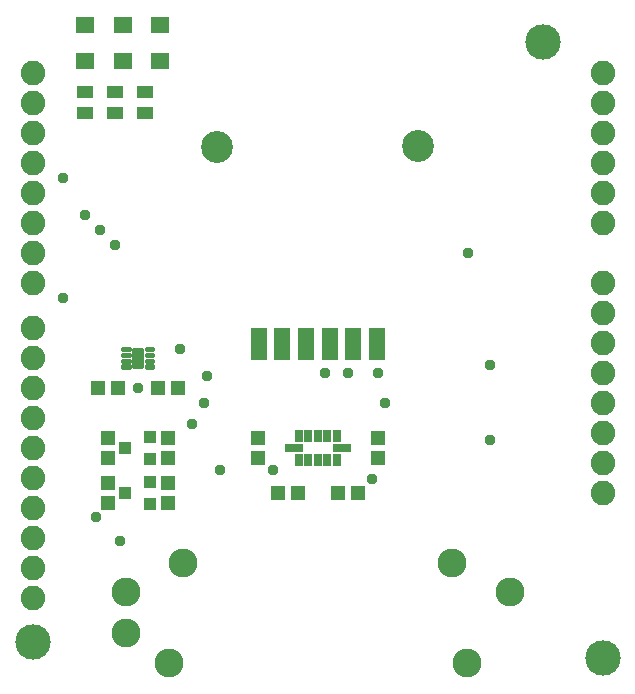
<source format=gts>
G04 EAGLE Gerber RS-274X export*
G75*
%MOIN*%
%FSLAX24Y24*%
%LPD*%
%INSoldermask Top*%
%IPPOS*%
%AMOC8*
5,1,8,0,0,1.08239X$1,22.5*%
G01*
G04 Define Apertures*
%ADD10C,0.106425*%
%ADD11C,0.118236*%
%ADD12C,0.082000*%
%ADD13C,0.010843*%
%ADD14C,0.015798*%
%ADD15R,0.043433X0.039496*%
%ADD16R,0.047370X0.051307*%
%ADD17R,0.063118X0.055244*%
%ADD18R,0.058000X0.108000*%
%ADD19C,0.096583*%
%ADD20R,0.055244X0.039496*%
%ADD21R,0.051307X0.047370*%
%ADD22R,0.027685X0.043433*%
%ADD23R,0.063118X0.027685*%
%ADD24C,0.037780*%
%ADD25C,0.035811*%
D10*
X7146Y19043D03*
X13839Y19044D03*
D11*
X1001Y2520D03*
X19999Y2005D03*
X18000Y22513D03*
D12*
X20000Y9500D03*
X20000Y10500D03*
X20000Y11500D03*
X20000Y12500D03*
X20000Y13500D03*
X20000Y14500D03*
X20000Y16500D03*
X20000Y17500D03*
X20000Y18500D03*
X20000Y19500D03*
X20000Y20500D03*
X20000Y21500D03*
X1000Y21500D03*
X1000Y20500D03*
X1000Y19500D03*
X1000Y18500D03*
X1000Y17500D03*
X1000Y16500D03*
X1000Y15500D03*
X1000Y14500D03*
X1000Y13000D03*
X1000Y12000D03*
X1000Y11000D03*
X1000Y10000D03*
X1000Y9000D03*
X1000Y8000D03*
X1000Y7000D03*
X1000Y6000D03*
X1000Y5000D03*
X1000Y4000D03*
X20000Y8500D03*
X20000Y7500D03*
D13*
X5019Y11746D02*
X4757Y11746D01*
X5019Y11746D02*
X5019Y11664D01*
X4757Y11664D01*
X4757Y11746D01*
X4757Y11943D02*
X5019Y11943D01*
X5019Y11861D01*
X4757Y11861D01*
X4757Y11943D01*
X4757Y12139D02*
X5019Y12139D01*
X5019Y12057D01*
X4757Y12057D01*
X4757Y12139D01*
X4757Y12336D02*
X5019Y12336D01*
X5019Y12254D01*
X4757Y12254D01*
X4757Y12336D01*
X4243Y12336D02*
X3981Y12336D01*
X4243Y12336D02*
X4243Y12254D01*
X3981Y12254D01*
X3981Y12336D01*
X3981Y12139D02*
X4243Y12139D01*
X4243Y12057D01*
X3981Y12057D01*
X3981Y12139D01*
X3981Y11943D02*
X4243Y11943D01*
X4243Y11861D01*
X3981Y11861D01*
X3981Y11943D01*
X3981Y11746D02*
X4243Y11746D01*
X4243Y11664D01*
X3981Y11664D01*
X3981Y11746D01*
D14*
X4382Y12276D02*
X4618Y12276D01*
X4618Y11724D01*
X4382Y11724D01*
X4382Y12276D01*
X4382Y11874D02*
X4618Y11874D01*
X4618Y12024D02*
X4382Y12024D01*
X4382Y12174D02*
X4618Y12174D01*
D15*
X4067Y9000D03*
X4894Y9374D03*
X4894Y8626D03*
D16*
X5500Y8665D03*
X5500Y9335D03*
X3500Y9335D03*
X3500Y8665D03*
D15*
X4067Y7500D03*
X4894Y7874D03*
X4894Y7126D03*
D16*
X5500Y7165D03*
X5500Y7835D03*
X3500Y7835D03*
X3500Y7165D03*
D17*
X2750Y21909D03*
X2750Y23091D03*
X4000Y21909D03*
X4000Y23091D03*
X5250Y21909D03*
X5250Y23091D03*
D18*
X12469Y12471D03*
X11681Y12471D03*
X10894Y12471D03*
X10106Y12471D03*
X9319Y12471D03*
X8531Y12471D03*
D19*
X4102Y4189D03*
X4102Y2811D03*
X16898Y4189D03*
X14988Y5173D03*
X6012Y5173D03*
X5539Y1827D03*
X15461Y1827D03*
D20*
X2750Y20854D03*
X2750Y20146D03*
X3750Y20854D03*
X3750Y20146D03*
X4750Y20854D03*
X4750Y20146D03*
D16*
X12500Y9335D03*
X12500Y8665D03*
X8500Y9335D03*
X8500Y8665D03*
D21*
X9165Y7500D03*
X9835Y7500D03*
X11165Y7500D03*
X11835Y7500D03*
D22*
X11130Y8606D03*
X10815Y8606D03*
X10500Y8606D03*
X10185Y8606D03*
X9870Y8606D03*
D23*
X9693Y9000D03*
D22*
X9870Y9394D03*
X10185Y9394D03*
X10500Y9394D03*
X10815Y9394D03*
X11130Y9394D03*
D23*
X11307Y9000D03*
D21*
X3165Y11000D03*
X3835Y11000D03*
X5835Y11000D03*
X5165Y11000D03*
D24*
X4500Y11000D03*
X12500Y11500D03*
X12292Y7958D03*
X15500Y15500D03*
X9000Y8250D03*
D25*
X4500Y12164D03*
X4500Y11846D03*
D24*
X7250Y8250D03*
X12750Y10500D03*
X2000Y18000D03*
X2000Y14000D03*
X5900Y12300D03*
X6800Y11400D03*
X6300Y9800D03*
X6700Y10500D03*
X11500Y11500D03*
X10750Y11500D03*
X3900Y5900D03*
X3100Y6700D03*
X16250Y9250D03*
X16250Y11750D03*
X3750Y15750D03*
X3250Y16250D03*
X2750Y16750D03*
M02*

</source>
